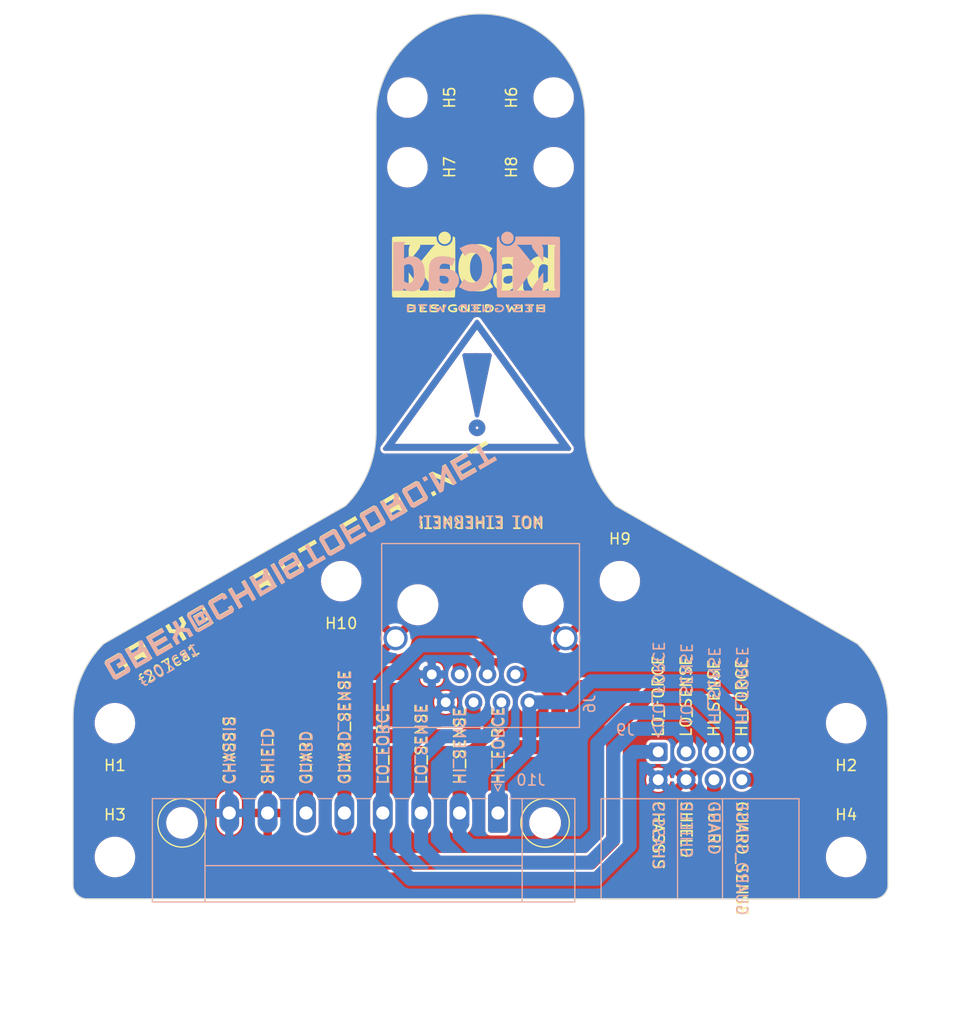
<source format=kicad_pcb>
(kicad_pcb (version 20221018) (generator pcbnew)
  (layers (0 "F.Cu" signal) (31 "B.Cu" signal) (34 "B.Paste" user) (35 "F.Paste" user) (36 "B.SilkS" user "B.Silkscreen") (37 "F.SilkS" user "F.Silkscreen") (38 "B.Mask" user) (39 "F.Mask" user) (44 "Edge.Cuts" user))
  (net 0 "")
  (net 1 "/HI_SENSE")
  (net 2 "/LO_SENSE")
  (net 3 "/HI_FORCE")
  (net 4 "/LO_FORCE")
  (net 5 "GNDPWR")
  (net 6 "/GUARD_SENSE")
  (net 7 "/GUARD")
  (net 8 "/SHIELD")
  (footprint "MountingHole:MountingHole_3.2mm_M3_ISO7380" (layer "F.Cu") (at 31.75 4.01)
    (fp_text reference "H4" (at 0 -3.85) (layer "F.SilkS"))
    (fp_text value "MountingHole")
    (pad "" np_thru_hole circle (at 0 0) (size 3.2 3.2) (drill 3.2) (layers "*.Cu" "*.Mask"))
  )
  (footprint "MountingHole:MountingHole_3.2mm_M3_ISO7380" (layer "F.Cu") (at 31.75 -8.182 180)
    (fp_text reference "H2" (at 0 -3.85) (layer "F.SilkS"))
    (fp_text value "MountingHole")
    (pad "" np_thru_hole circle (at 0 0 180) (size 3.2 3.2) (drill 3.2) (layers "*.Cu" "*.Mask"))
  )
  (footprint "MountingHole:MountingHole_3.2mm_M3_ISO7380" (layer "F.Cu") (at -14.2875 -21.129 180)
    (fp_text reference "H10" (at 0 -3.85) (layer "F.SilkS"))
    (fp_text value "MountingHole")
    (pad "" np_thru_hole circle (at 0 0 180) (size 3.2 3.2) (drill 3.2) (layers "*.Cu" "*.Mask"))
  )
  (footprint "MountingHole:MountingHole_3.2mm_M3_ISO7380" (layer "F.Cu") (at -8.255 -65.205 -90)
    (fp_text reference "H5" (at 0 -3.85 90) (layer "F.SilkS"))
    (fp_text value "MountingHole")
    (pad "" np_thru_hole circle (at 0 0 270) (size 3.2 3.2) (drill 3.2) (layers "*.Cu" "*.Mask"))
  )
  (footprint "MountingHole:MountingHole_3.2mm_M3_ISO7380" (layer "F.Cu") (at 11.1125 -21.129)
    (fp_text reference "H9" (at 0 -3.85) (layer "F.SilkS"))
    (fp_text value "MountingHole")
    (pad "" np_thru_hole circle (at 0 0) (size 3.2 3.2) (drill 3.2) (layers "*.Cu" "*.Mask"))
  )
  (footprint "MountingHole:MountingHole_3.2mm_M3_ISO7380" (layer "F.Cu") (at 5.08 -58.855 90)
    (fp_text reference "H8" (at 0 -3.85 90) (layer "F.SilkS"))
    (fp_text value "MountingHole")
    (pad "" np_thru_hole circle (at 0 0 90) (size 3.2 3.2) (drill 3.2) (layers "*.Cu" "*.Mask"))
  )
  (footprint "MountingHole:MountingHole_3.2mm_M3_ISO7380" (layer "F.Cu") (at 5.08 -65.205 90)
    (fp_text reference "H6" (at 0 -3.85 90) (layer "F.SilkS"))
    (fp_text value "MountingHole")
    (pad "" np_thru_hole circle (at 0 0 90) (size 3.2 3.2) (drill 3.2) (layers "*.Cu" "*.Mask"))
  )
  (footprint "Symbol:Symbol_Attention_CopperTop_Big" (layer "F.Cu") (at -1.905 -37.9)
    (fp_text reference "REF**" hide)
    (fp_text value "Symbol_Attention_CopperTop_Big")
    (fp_line (start -8.382 4.699) (end 0 -6.858) (stroke (width 0.381)) (layer "F.Cu"))
    (fp_line (start -7.874 4.445) (end 0 -6.477) (stroke (width 0.381)) (layer "F.Cu"))
    (fp_line (start -1.143 -3.81) (end 0 -3.81) (stroke (width 0.381)) (layer "F.Cu"))
    (fp_line (start -0.889 -3.556) (end -0.508 -2.159) (stroke (width 0.381)) (layer "F.Cu"))
    (fp_line (start -0.508 -2.159) (end -0.635 -3.429) (stroke (width 0.381)) (layer "F.Cu"))
    (fp_line (start -0.381 -3.556) (end -0.889 -3.556) (stroke (width 0.381)) (layer "F.Cu"))
    (fp_line (start -0.381 -0.889) (end -0.381 -3.556) (stroke (width 0.381)) (layer "F.Cu"))
    (fp_line (start -0.127 0.127) (end 0 -3.556) (stroke (width 0.381)) (layer "F.Cu"))
    (fp_line (start 0 -6.858) (end 8.382 4.699) (stroke (width 0.381)) (layer "F.Cu"))
    (fp_line (start 0 -6.477) (end 7.874 4.445) (stroke (width 0.381)) (layer "F.Cu"))
    (fp_line (start 0 -3.81) (end 1.143 -3.81) (stroke (width 0.381)) (layer "F.Cu"))
    (fp_line (start 0 -3.556) (end -0.381 -0.889) (stroke (width 0.381)) (layer "F.Cu"))
    (fp_line (start 0 1.524) (end 0.381 -3.556) (stroke (width 0.381)) (layer "F.Cu"))
    (fp_line (start 0 1.651) (end -1.143 -3.81) (stroke (width 0.381)) (layer "F.Cu"))
    (fp_line (start 0 1.651) (end 0.762 -3.683) (stroke (width 0.381)) (layer "F.Cu"))
    (fp_line (start 0.381 -3.556) (end -0.127 0.127) (stroke (width 0.381)) (layer "F.Cu"))
    (fp_line (start 1.143 -3.81) (end 0 1.651) (stroke (width 0.381)) (layer "F.Cu"))
    (fp_line (start 7.874 4.445) (end -7.874 4.445) (stroke (width 0.381)) (layer "F.Cu"))
    (fp_line (start 8.382 4.699) (end -8.382 4.699) (stroke (width 0.381)) (layer "F.Cu"))
    (fp_circle (center 0 2.794) (end 0 2.921) (stroke (width 0.381)) (fill none) (layer "F.Cu"))
    (fp_circle (center 0 2.794) (end 0.127 2.921) (stroke (width 0.381)) (fill none) (layer "F.Cu"))
    (fp_circle (center 0 2.794) (end 0.254 3.302) (stroke (width 0.381)) (fill none) (layer "F.Cu"))
  )
  (footprint "custom_footprints:logo" (layer "F.Cu") (at -18 -23 30)
    (fp_text reference "LOGO1" hide)
    (fp_text value "Logo_Open_Hardware_Small" hide)
  )
  (footprint "MountingHole:MountingHole_3.2mm_M3_ISO7380" (layer "F.Cu") (at -34.925 -8.182 180)
    (fp_text reference "H1" (at 0 -3.85) (layer "F.SilkS"))
    (fp_text value "MountingHole")
    (pad "" np_thru_hole circle (at 0 0 180) (size 3.2 3.2) (drill 3.2) (layers "*.Cu" "*.Mask"))
  )
  (footprint "Symbol:KiCad-Logo2_6mm_SilkScreen" (layer "F.Cu") (at -2 -50)
    (fp_text reference "REF**" hide)
    (fp_text value "KiCad-Logo2_6mm_SilkScreen" hide)
  )
  (footprint "MountingHole:MountingHole_3.2mm_M3_ISO7380" (layer "F.Cu") (at -34.925 4.01)
    (fp_text reference "H3" (at 0 -3.85) (layer "F.SilkS"))
    (fp_text value "MountingHole")
    (pad "" np_thru_hole circle (at 0 0) (size 3.2 3.2) (drill 3.2) (layers "*.Cu" "*.Mask"))
  )
  (footprint "MountingHole:MountingHole_3.2mm_M3_ISO7380" (layer "F.Cu") (at -8.255 -58.855 -90)
    (fp_text reference "H7" (at 0 -3.85 90) (layer "F.SilkS"))
    (fp_text value "MountingHole")
    (pad "" np_thru_hole circle (at 0 0 270) (size 3.2 3.2) (drill 3.2) (layers "*.Cu" "*.Mask"))
  )
  (footprint "Symbol:KiCad-Logo2_6mm_SilkScreen" (layer "B.Cu") (at -2 -50 180)
    (fp_text reference "REF**" hide)
    (fp_text value "KiCad-Logo2_6mm_SilkScreen" hide)
  )
  (footprint "Connector_IDC:IDC-Header_2x04_P2.54mm_Horizontal" (layer "B.Cu") (at 14.615 -5.57 -90)
    (fp_text reference "J9" (at -2 3) (layer "B.SilkS") (effects (justify mirror)))
    (fp_text value "Conn_02x04_Odd_Even")
    (pad "1" thru_hole roundrect (at 0 0 270) (size 1.7 1.7) (drill 1) (layers "*.Cu" "*.Mask") (roundrect_rratio 0.147059) (net 4 "/LO_FORCE"))
    (pad "2" thru_hole circle (at 2.54 0 270) (size 1.7 1.7) (drill 1) (layers "*.Cu" "*.Mask") (net 5 "GNDPWR"))
    (pad "3" thru_hole circle (at 0 -2.54 270) (size 1.7 1.7) (drill 1) (layers "*.Cu" "*.Mask") (net 2 "/LO_SENSE"))
    (pad "4" thru_hole circle (at 2.54 -2.54 270) (size 1.7 1.7) (drill 1) (layers "*.Cu" "*.Mask") (net 8 "/SHIELD"))
    (pad "5" thru_hole circle (at 0 -5.08 270) (size 1.7 1.7) (drill 1) (layers "*.Cu" "*.Mask") (net 1 "/HI_SENSE"))
    (pad "6" thru_hole circle (at 2.54 -5.08 270) (size 1.7 1.7) (drill 1) (layers "*.Cu" "*.Mask") (net 7 "/GUARD"))
    (pad "7" thru_hole circle (at 0 -7.62 270) (size 1.7 1.7) (drill 1) (layers "*.Cu" "*.Mask") (net 3 "/HI_FORCE"))
    (pad "8" thru_hole circle (at 2.54 -7.62 270) (size 1.7 1.7) (drill 1) (layers "*.Cu" "*.Mask") (net 6 "/GUARD_SENSE"))
  )
  (footprint "custom_footprints:logo" (layer "B.Cu") (at -18 -23 30)
    (fp_text reference "LOGO2" hide)
    (fp_text value "Logo_Open_Hardware_Small" hide)
  )
  (footprint "Connector_Phoenix_MC:PhoenixContact_MC_1,5_8-GF-3.5_1x08_P3.50mm_Horizontal_ThreadedFlange_MountHole" (layer "B.Cu") (at 0 0 180)
    (fp_text reference "J10" (at -3 3) (layer "B.SilkS") (effects (justify mirror)))
    (fp_text value "Conn_01x08")
    (pad "" np_thru_hole circle (at -4.3 -0.9 180) (size 2.4 2.4) (drill 2.4) (layers "*.Cu" "*.Mask"))
    (pad "" np_thru_hole circle (at 28.8 -0.9 180) (size 2.4 2.4) (drill 2.4) (layers "*.Cu" "*.Mask"))
    (pad "1" thru_hole roundrect (at 0 0 180) (size 1.8 3.6) (drill 1.2) (layers "*.Cu" "*.Mask") (roundrect_rratio 0.138889) (net 3 "/HI_FORCE"))
    (pad "2" thru_hole oval (at 3.5 0 180) (size 1.8 3.6) (drill 1.2) (layers "*.Cu" "*.Mask") (net 1 "/HI_SENSE"))
    (pad "3" thru_hole oval (at 7 0 180) (size 1.8 3.6) (drill 1.2) (layers "*.Cu" "*.Mask") (net 2 "/LO_SENSE"))
    (pad "4" thru_hole oval (at 10.5 0 180) (size 1.8 3.6) (drill 1.2) (layers "*.Cu" "*.Mask") (net 4 "/LO_FORCE"))
    (pad "5" thru_hole oval (at 14 0 180) (size 1.8 3.6) (drill 1.2) (layers "*.Cu" "*.Mask") (net 6 "/GUARD_SENSE"))
    (pad "6" thru_hole oval (at 17.5 0 180) (size 1.8 3.6) (drill 1.2) (layers "*.Cu" "*.Mask") (net 7 "/GUARD"))
    (pad "7" thru_hole oval (at 21 0 180) (size 1.8 3.6) (drill 1.2) (layers "*.Cu" "*.Mask") (net 8 "/SHIELD"))
    (pad "8" thru_hole oval (at 24.5 0 180) (size 1.8 3.6) (drill 1.2) (layers "*.Cu" "*.Mask") (net 5 "GNDPWR"))
  )
  (footprint "custom_footprints:RJ45_WURTH_615008142621" (layer "B.Cu") (at -1.5875 -16.049 90)
    (fp_text reference "J6" (at -6.112 9.945 90) (layer "B.SilkS") (effects (justify mirror)))
    (fp_text value "RJ45_Shielded")
    (pad "" np_thru_hole circle (at 2.928 -5.715) (size 3.25 3.25) (drill 3.25) (layers "*.Cu" "*.Mask"))
    (pad "" np_thru_hole circle (at 2.928 5.715) (size 3.25 3.25) (drill 3.25) (layers "*.Cu" "*.Mask"))
    (pad "1" thru_hole roundrect (at -3.422 -4.445) (size 1.6 1.6) (drill 0.9) (layers "*.Cu" "*.Mask") (net 5 "GNDPWR"))
    (pad "2" thru_hole circle (at -5.962 -3.175) (size 1.6 1.6) (drill 0.9) (layers "*.Cu" "*.Mask") (net 5 "GNDPWR"))
    (pad "3" thru_hole circle (at -3.422 -1.905) (size 1.6 1.6) (drill 0.9) (layers "*.Cu" "*.Mask") (net 7 "/GUARD"))
    (pad "4" thru_hole circle (at -5.962 -0.635) (size 1.6 1.6) (drill 0.9) (layers "*.Cu" "*.Mask") (net 6 "/GUARD_SENSE"))
    (pad "5" thru_hole circle (at -3.422 0.635) (size 1.6 1.6) (drill 0.9) (layers "*.Cu" "*.Mask") (net 4 "/LO_FORCE"))
    (pad "6" thru_hole circle (at -5.962 1.905) (size 1.6 1.6) (drill 0.9) (layers "*.Cu" "*.Mask") (net 2 "/LO_SENSE"))
    (pad "7" thru_hole circle (at -3.422 3.175) (size 1.6 1.6) (drill 0.9) (layers "*.Cu" "*.Mask") (net 1 "/HI_SENSE"))
    (pad "8" thru_hole circle (at -5.962 4.445) (size 1.6 1.6) (drill 0.9) (layers "*.Cu" "*.Mask") (net 3 "/HI_FORCE"))
    (pad "SH" thru_hole circle (at -0.122 -7.75) (size 2.2 2.2) (drill 1.6) (layers "*.Cu" "*.Mask") (net 8 "/SHIELD"))
    (pad "SH" thru_hole circle (at -0.122 7.75) (size 2.2 2.2) (drill 1.6) (layers "*.Cu" "*.Mask") (net 8 "/SHIELD"))
  )
  (footprint "Symbol:Symbol_Attention_CopperTop_Big" (layer "B.Cu") (at -1.905 -37.9 180)
    (fp_text reference "REF**" hide)
    (fp_text value "Symbol_Attention_CopperTop_Big")
    (fp_line (start -8.382 -4.699) (end 0 6.858) (stroke (width 0.381)) (layer "B.Cu"))
    (fp_line (start -7.874 -4.445) (end 0 6.477) (stroke (width 0.381)) (layer "B.Cu"))
    (fp_line (start -1.143 3.81) (end 0 3.81) (stroke (width 0.381)) (layer "B.Cu"))
    (fp_line (start -0.889 3.556) (end -0.508 2.159) (stroke (width 0.381)) (layer "B.Cu"))
    (fp_line (start -0.508 2.159) (end -0.635 3.429) (stroke (width 0.381)) (layer "B.Cu"))
    (fp_line (start -0.381 0.889) (end -0.381 3.556) (stroke (width 0.381)) (layer "B.Cu"))
    (fp_line (start -0.381 3.556) (end -0.889 3.556) (stroke (width 0.381)) (layer "B.Cu"))
    (fp_line (start -0.127 -0.127) (end 0 3.556) (stroke (width 0.381)) (layer "B.Cu"))
    (fp_line (start 0 -1.651) (end -1.143 3.81) (stroke (width 0.381)) (layer "B.Cu"))
    (fp_line (start 0 -1.651) (end 0.762 3.683) (stroke (width 0.381)) (layer "B.Cu"))
    (fp_line (start 0 -1.524) (end 0.381 3.556) (stroke (width 0.381)) (layer "B.Cu"))
    (fp_line (start 0 3.556) (end -0.381 0.889) (stroke (width 0.381)) (layer "B.Cu"))
    (fp_line (start 0 3.81) (end 1.143 3.81) (stroke (width 0.381)) (layer "B.Cu"))
    (fp_line (start 0 6.477) (end 7.874 -4.445) (stroke (width 0.381)) (layer "B.Cu"))
    (fp_line (start 0 6.858) (end 8.382 -4.699) (stroke (width 0.381)) (layer "B.Cu"))
    (fp_line (start 0.381 3.556) (end -0.127 -0.127) (stroke (width 0.381)) (layer "B.Cu"))
    (fp_line (start 1.143 3.81) (end 0 -1.651) (stroke (width 0.381)) (layer "B.Cu"))
    (fp_line (start 7.874 -4.445) (end -7.874 -4.445) (stroke (width 0.381)) (layer "B.Cu"))
    (fp_line (start 8.382 -4.699) (end -8.382 -4.699) (stroke (width 0.381)) (layer "B.Cu"))
    (fp_circle (center 0 -2.794) (end 0 -2.921) (stroke (width 0.381)) (fill none) (layer "B.Cu"))
    (fp_circle (center 0 -2.794) (end 0.127 -2.921) (stroke (width 0.381)) (fill none) (layer "B.Cu"))
    (fp_circle (center 0 -2.794) (end 0.254 -3.302) (stroke (width 0.381)) (fill none) (layer "B.Cu"))
  )
  (gr_line (start -35.945192 -15.42519) (end -13.902309 -27.989808) (stroke (width 0.1)) (layer "Edge.Cuts"))
  (gr_line (start 10.727309 -27.989808) (end 32.770193 -15.425191) (stroke (width 0.1)) (layer "Edge.Cuts"))
  (gr_line (start -37.465 7.82) (end 34.29 7.819999) (stroke (width 0.1)) (layer "Edge.Cuts"))
  (gr_arc (start -37.465 7.82) (mid -38.363026 7.448026) (end -38.735 6.55) (stroke (width 0.1)) (layer "Edge.Cuts"))
  (gr_line (start 7.9375 -34.724999) (end 7.9375 -63.299999) (stroke (width 0.1)) (layer "Edge.Cuts"))
  (gr_arc (start -38.735 -8.689999) (mid -38.009953 -12.335059) (end -35.945192 -15.42519) (stroke (width 0.1)) (layer "Edge.Cuts"))
  (gr_arc (start 35.56 6.549999) (mid 35.188026 7.448025) (end 34.29 7.819999) (stroke (width 0.1)) (layer "Edge.Cuts"))
  (gr_line (start -38.735 -8.689999) (end -38.735 6.55) (stroke (width 0.1)) (layer "Edge.Cuts"))
  (gr_arc (start 10.727309 -27.989808) (mid 8.662549 -31.07994) (end 7.937501 -34.724999) (stroke (width 0.1)) (layer "Edge.Cuts"))
  (gr_line (start -11.1125 -34.724999) (end -11.1125 -63.299999) (stroke (width 0.1)) (layer "Edge.Cuts"))
  (gr_arc (start -1.5875 -72.824999) (mid 5.147692 -70.035191) (end 7.9375 -63.299999) (stroke (width 0.1)) (layer "Edge.Cuts"))
  (gr_arc (start 32.770193 -15.425191) (mid 34.834953 -12.335059) (end 35.560001 -8.69) (stroke (width 0.1)) (layer "Edge.Cuts"))
  (gr_line (start 35.56 6.549999) (end 35.560001 -8.69) (stroke (width 0.1)) (layer "Edge.Cuts"))
  (gr_arc (start -11.1125 -63.299999) (mid -8.322692 -70.035192) (end -1.5875 -72.824999) (stroke (width 0.1)) (layer "Edge.Cuts"))
  (gr_arc (start -11.112501 -34.724999) (mid -11.837549 -31.07994) (end -13.902309 -27.989808) (stroke (width 0.1)) (layer "Edge.Cuts"))
  (gr_text "GUARD" (at 19.695 -1.182 270) (layer "B.SilkS") (effects (font (size 1 1)) (justify right mirror)))
  (gr_text "LO_FORCE" (at 14.615 -8.11 -90) (layer "B.SilkS") (effects (font (size 1 1)) (justify left mirror)))
  (gr_text "NOT ETHERNET!" (at -1.5855 -26.5) (layer "B.SilkS") (effects (font (size 1 1)) (justify mirror)))
  (gr_text "CHASSIS" (at -24.5 -2.5 -90) (layer "B.SilkS") (effects (font (size 1 1)) (justify left mirror)))
  (gr_text "HI_SENSE" (at 19.695 -8 -90) (layer "B.SilkS") (effects (font (size 1 1)) (justify left mirror)))
  (gr_text "SHIELD" (at -21 -2.5 -90) (layer "B.SilkS") (effects (font (size 1 1)) (justify left mirror)))
  (gr_text "LO_SENSE" (at 17.155 -8 -90) (layer "B.SilkS") (effects (font (size 1 1)) (justify left mirror)))
  (gr_text "HI_FORCE" (at 0 -2.5 270) (layer "B.SilkS") (effects (font (size 1 1)) (justify left mirror)))
  (gr_text "HI_SENSE" (at -3.5 -2.5 270) (layer "B.SilkS") (effects (font (size 1 1)) (justify left mirror)))
  (gr_text "GUARD" (at -17.5 -2.5 -90) (layer "B.SilkS") (effects (font (size 1 1)) (justify left mirror)))
  (gr_text "LO_SENSE" (at -7 -2.5 270) (layer "B.SilkS") (effects (font (size 1 1)) (justify left mirror)))
  (gr_text "SHIELD" (at 17.155 -1.182 270) (layer "B.SilkS") (effects (font (size 1 1)) (justify right mirror)))
  (gr_text "f207ca1" (at -30 -13.5 -150) (layer "B.SilkS") (effects (font (size 1 1)) (justify mirror)))
  (gr_text "LO_FORCE" (at -10.5 -2.5 270) (layer "B.SilkS") (effects (font (size 1 1)) (justify left mirror)))
  (gr_text "GUARD_SENSE" (at 22.235 -1.182 270) (layer "B.SilkS") (effects (font (size 1 1)) (justify right mirror)))
  (gr_text "GUARD_SENSE" (at -14 -2.5 -90) (layer "B.SilkS") (effects (font (size 1 1)) (justify left mirror)))
  (gr_text "CHASSIS" (at 14.615 -1.182 270) (layer "B.SilkS") (effects (font (size 1 1)) (justify right mirror)))
  (gr_text "HI_FORCE" (at 22.235 -8 -90) (layer "B.SilkS") (effects (font (size 1 1)) (justify left mirror)))
  (gr_text "GUARD_SENSE" (at -14 -2.5 90) (layer "F.SilkS") (effects (font (size 1 1)) (justify left)))
  (gr_text "LO_SENSE" (at 17.155 -6.84 90) (layer "F.SilkS") (effects (font (size 1 1)) (justify left)))
  (gr_text "SHIELD" (at -21 -2.5 90) (layer "F.SilkS") (effects (font (size 1 1)) (justify left)))
  (gr_text "HI_FORCE" (at 0 -2.5 90) (layer "F.SilkS") (effects (font (size 1 1)) (justify left)))
  (gr_text "LO_FORCE" (at 14.615 -6.84 90) (layer "F.SilkS") (effects (font (size 1 1)) (justify left)))
  (gr_text "f207ca1" (at -30 -13.5 30) (layer "F.SilkS") (effects (font (size 1 1))))
  (gr_text "HI_SENSE" (at 19.695 -6.84 90) (layer "F.SilkS") (effects (font (size 1 1)) (justify left)))
  (gr_text "GUARD" (at -17.5 -2.5 90) (layer "F.SilkS") (effects (font (size 1 1)) (justify left)))
  (gr_text "CHASSIS" (at -24.5 -2.5 90) (layer "F.SilkS") (effects (font (size 1 1)) (justify left)))
  (gr_text "GUARD" (at 19.695 -1.182 270) (layer "F.SilkS") (effects (font (size 1 1)) (justify left)))
  (gr_text "GUARD_SENSE" (at 22.235 -1.182 270) (layer "F.SilkS") (effects (font (size 1 1)) (justify left)))
  (gr_text "HI_SENSE" (at -3.5 -2.5 90) (layer "F.SilkS") (effects (font (size 1 1)) (justify left)))
  (gr_text "CHASSIS" (at 14.615 -1.182 270) (layer "F.SilkS") (effects (font (size 1 1)) (justify left)))
  (gr_text "LO_SENSE" (at -7 -2.5 90) (layer "F.SilkS") (effects (font (size 1 1)) (justify left)))
  (gr_text "HI_FORCE" (at 22.235 -6.84 90) (layer "F.SilkS") (effects (font (size 1 1)) (justify left)))
  (gr_text "SHIELD" (at 17.155 -1.182 270) (layer "F.SilkS") (effects (font (size 1 1)) (justify left)))
  (gr_text "LO_FORCE" (at -10.5 -2.5 90) (layer "F.SilkS") (effects (font (size 1 1)) (justify left)))
  (gr_text "NOT ETHERNET!" (at -1.5 -26.5 180) (layer "F.SilkS") (effects (font (size 1 1))))
  (segment (start 5.5 -10.293483) (end 3.166483 -12.627) (width 1.27) (layer "F.Cu") (net 1))
  (segment (start -3.5 -2.5) (end 0 -6) (width 1.27) (layer "F.Cu") (net 1))
  (segment (start 0 -6) (end 4 -6) (width 1.27) (layer "F.Cu") (net 1))
  (segment (start 4 -6) (end 5.5 -7.5) (width 1.27) (layer "F.Cu") (net 1))
  (segment (start 3.166483 -12.627) (end 1.5875 -12.627) (width 1.27) (layer "F.Cu") (net 1))
  (segment (start -3.5 0) (end -3.5 -2.5) (width 1.27) (layer "F.Cu") (net 1))
  (segment (start 5.5 -7.5) (end 5.5 -10.293483) (width 1.27) (layer "F.Cu") (net 1))
  (segment (start -2.5 3) (end -3.5 2) (width 1.27) (layer "B.Cu") (net 1))
  (segment (start 7.842212 3) (end -2.5 3) (width 1.27) (layer "B.Cu") (net 1))
  (segment (start -3.5 2) (end -3.5 0) (width 1.27) (layer "B.Cu") (net 1))
  (segment (start 11.849521 -9.139808) (end 9.057309 -6.347596) (width 1.27) (layer "B.Cu") (net 1))
  (segment (start 19.695 -5.57) (end 19.695 -6.772081) (width 1.27) (layer "B.Cu") (net 1))
  (segment (start 19.695 -6.772081) (end 17.327273 -9.139808) (width 1.27) (layer "B.Cu") (net 1))
  (segment (start 9.057309 -6.347596) (end 9.057309 1.784903) (width 1.27) (layer "B.Cu") (net 1))
  (segment (start 9.057309 1.784903) (end 7.842212 3) (width 1.27) (layer "B.Cu") (net 1))
  (segment (start 17.327273 -9.139808) (end 11.849521 -9.139808) (width 1.27) (layer "B.Cu") (net 1))
  (segment (start -7 3) (end -7 0) (width 1.27) (layer "B.Cu") (net 2))
  (segment (start -5.47 4.53) (end -7 3) (width 1.27) (layer "B.Cu") (net 2))
  (segment (start 8.391106 4.53) (end -5.47 4.53) (width 1.27) (layer "B.Cu") (net 2))
  (segment (start 12.458415 -7.669808) (end 10.527309 -5.738702) (width 1.27) (layer "B.Cu") (net 2))
  (segment (start 10.527309 -5.738702) (end 10.527309 2.393797) (width 1.27) (layer "B.Cu") (net 2))
  (segment (start 17.155 -5.57) (end 17.155 -6.772081) (width 1.27) (layer "B.Cu") (net 2))
  (segment (start -7 -5) (end -7 0) (width 1.27) (layer "B.Cu") (net 2))
  (segment (start 10.527309 2.393797) (end 8.391106 4.53) (width 1.27) (layer "B.Cu") (net 2))
  (segment (start -5 -7) (end -7 -5) (width 1.27) (layer "B.Cu") (net 2))
  (segment (start 0.3175 -8.3175) (end -1 -7) (width 1.27) (layer "B.Cu") (net 2))
  (segment (start 17.155 -6.772081) (end 16.257273 -7.669808) (width 1.27) (layer "B.Cu") (net 2))
  (segment (start 0.3175 -10.087) (end 0.3175 -8.3175) (width 1.27) (layer "B.Cu") (net 2))
  (segment (start -1 -7) (end -5 -7) (width 1.27) (layer "B.Cu") (net 2))
  (segment (start 16.257273 -7.669808) (end 12.458415 -7.669808) (width 1.27) (layer "B.Cu") (net 2))
  (segment (start 8.5 -12) (end 6.587 -10.087) (width 1.27) (layer "B.Cu") (net 3))
  (segment (start 22.235 -5.57) (end 22.235 -8.765) (width 1.27) (layer "B.Cu") (net 3))
  (segment (start 6.587 -10.087) (end 2.8575 -10.087) (width 1.27) (layer "B.Cu") (net 3))
  (segment (start 22.235 -8.765) (end 19 -12) (width 1.27) (layer "B.Cu") (net 3))
  (segment (start 2.8575 -5.8575) (end 0 -3) (width 1.27) (layer "B.Cu") (net 3))
  (segment (start 19 -12) (end 8.5 -12) (width 1.27) (layer "B.Cu") (net 3))
  (segment (start 0 -3) (end 0 0) (width 1.27) (layer "B.Cu") (net 3))
  (segment (start 2.8575 -10.087) (end 2.8575 -5.8575) (width 1.27) (layer "B.Cu") (net 3))
  (segment (start -7.052692 -15.289808) (end -10.5 -11.8425) (width 1.27) (layer "B.Cu") (net 4))
  (segment (start -0.9525 -13.9525) (end -2.289808 -15.289808) (width 1.27) (layer "B.Cu") (net 4))
  (segment (start -2.289808 -15.289808) (end -7.052692 -15.289808) (width 1.27) (layer "B.Cu") (net 4))
  (segment (start -0.9525 -12.627) (end -0.9525 -13.9525) (width 1.27) (layer "B.Cu") (net 4))
  (segment (start 9 6) (end -8 6) (width 1.27) (layer "B.Cu") (net 4))
  (segment (start -10.5 -11.8425) (end -10.5 0) (width 1.27) (layer "B.Cu") (net 4))
  (segment (start 14.615 -5.57) (end 12.437501 -5.57) (width 1.27) (layer "B.Cu") (net 4))
  (segment (start -10.5 3.5) (end -10.5 0) (width 1.27) (layer "B.Cu") (net 4))
  (segment (start 11.997309 -5.129808) (end 11.997309 3.002691) (width 1.27) (layer "B.Cu") (net 4))
  (segment (start -8 6) (end -10.5 3.5) (width 1.27) (layer "B.Cu") (net 4))
  (segment (start 12.437501 -5.57) (end 11.997309 -5.129808) (width 1.27) (layer "B.Cu") (net 4))
  (segment (start 11.997309 3.002691) (end 9 6) (width 1.27) (layer "B.Cu") (net 4))
  (segment (start 14.479808 -11.479808) (end 24.697309 -11.479808) (width 1.27) (layer "F.Cu") (net 6))
  (segment (start 24.697309 -11.479808) (end 25.967309 -10.209808) (width 1.27) (layer "F.Cu") (net 6))
  (segment (start 10.5 -7.5) (end 14.479808 -11.479808) (width 1.27) (layer "F.Cu") (net 6))
  (segment (start -14 -5) (end -14 0) (width 1.27) (layer "F.Cu") (net 6))
  (segment (start -13.093989 4.53) (end 8.47 4.53) (width 1.27) (layer "F.Cu") (net 6))
  (segment (start 24.53 -3.03) (end 22.235 -3.03) (width 1.27) (layer "F.Cu") (net 6))
  (segment (start 8.47 4.53) (end 10.5 2.5) (width 1.27) (layer "F.Cu") (net 6))
  (segment (start 25.967309 -10.209808) (end 25.967309 -4.467309) (width 1.27) (layer "F.Cu") (net 6))
  (segment (start -14 0) (end -14 3.623989) (width 1.27) (layer "F.Cu") (net 6))
  (segment (start 25.967309 -4.467309) (end 24.53 -3.03) (width 1.27) (layer "F.Cu") (net 6))
  (segment (start -14 3.623989) (end -13.093989 4.53) (width 1.27) (layer "F.Cu") (net 6))
  (segment (start -2.2225 -10.087) (end -2.2225 -10.087) (width 0.25) (layer "F.Cu") (net 6))
  (segment (start -2.2225 -7.7775) (end -3 -7) (width 1.27) (layer "F.Cu") (net 6))
  (segment (start -3 -7) (end -12 -7) (width 1.27) (layer "F.Cu") (net 6))
  (segment (start -12 -7) (end -14 -5) (width 1.27) (layer "F.Cu") (net 6))
  (segment (start -2.2225 -10.087) (end -2.2225 -7.7775) (width 1.27) (layer "F.Cu") (net 6))
  (segment (start 10.5 2.5) (end 10.5 -7.5) (width 1.27) (layer "F.Cu") (net 6))
  (segment (start -4 -15) (end -6.6365 -15) (width 1.27) (layer "F.Cu") (net 7))
  (segment (start 5.328894 -13) (end 3.328894 -15) (width 1.27) (layer "F.Cu") (net 7))
  (segment (start 20.25 -0.75) (end 24.328894 -0.75) (width 1.27) (layer "F.Cu") (net 7))
  (segment (start -3.4925 -14.4925) (end -4 -15) (width 1.27) (layer "F.Cu") (net 7))
  (segment (start 19.695 -1.305) (end 20.25 -0.75) (width 1.27) (layer "F.Cu") (net 7))
  (segment (start -8.886692 -12.749808) (end -14.672691 -12.749808) (width 1.27) (layer "F.Cu") (net 7))
  (segment (start 24.328894 -0.75) (end 27.437309 -3.858415) (width 1.27) (layer "F.Cu") (net 7))
  (segment (start -2.985 -15) (end -3.4925 -14.4925) (width 1.27) (layer "F.Cu") (net 7))
  (segment (start 27.437309 -10.818702) (end 25.256011 -13) (width 1.27) (layer "F.Cu") (net 7))
  (segment (start 3.328894 -15) (end -2.985 -15) (width 1.27) (layer "F.Cu") (net 7))
  (segment (start 25.256011 -13) (end 5.328894 -13) (width 1.27) (layer "F.Cu") (net 7))
  (segment (start -17.5 -9.922499) (end -17.5 0) (width 1.27) (layer "F.Cu") (net 7))
  (segment (start 19.695 -3.03) (end 19.695 -1.305) (width 1.27) (layer "F.Cu") (net 7))
  (segment (start -3.4925 -12.627) (end -3.4925 -14.4925) (width 1.27) (layer "F.Cu") (net 7))
  (segment (start -6.6365 -15) (end -8.886692 -12.749808) (width 1.27) (layer "F.Cu") (net 7))
  (segment (start 27.437309 -3.858415) (end 27.437309 -10.818702) (width 1.27) (layer "F.Cu") (net 7))
  (segment (start -14.672691 -12.749808) (end -17.5 -9.922499) (width 1.27) (layer "F.Cu") (net 7))
  (zone (net 8) (net_name "/SHIELD") (layer "F.Cu") (connect_pads (clearance 0.254)) (min_thickness 0.254) (fill yes (thermal_gap 0.381) (thermal_bridge_width 0.762))
    (polygon (pts (xy -45.4025 -74.095) (xy 42.2275 -74.095) (xy 43.4975 19.25) (xy -44.1325 19.25)))
  )
  (zone (net 5) (net_name "GNDPWR") (layer "B.Cu") (connect_pads thru_hole_only (clearance 0.254)) (min_thickness 0.254) (fill yes (thermal_gap 0.381) (thermal_bridge_width 0.762))
    (polygon (pts (xy 37.1475 -73.46) (xy 37.1475 13.535) (xy -40.9575 13.535) (xy -40.9575 -73.46)))
  )
)
</source>
